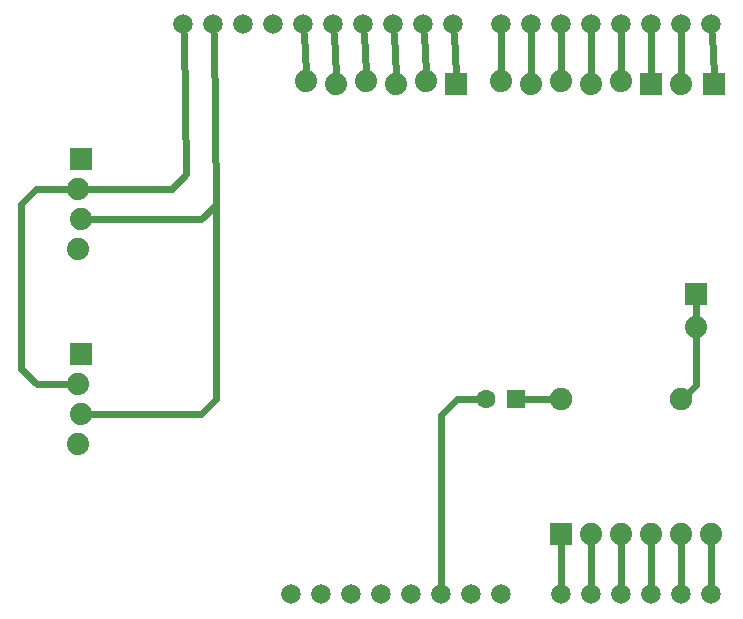
<source format=gtl>
G04 MADE WITH FRITZING*
G04 WWW.FRITZING.ORG*
G04 DOUBLE SIDED*
G04 HOLES PLATED*
G04 CONTOUR ON CENTER OF CONTOUR VECTOR*
%ASAXBY*%
%FSLAX23Y23*%
%MOIN*%
%OFA0B0*%
%SFA1.0B1.0*%
%ADD10C,0.062992*%
%ADD11C,0.075000*%
%ADD12C,0.074000*%
%ADD13C,0.065278*%
%ADD14R,0.062992X0.062992*%
%ADD15C,0.024000*%
%ADD16R,0.001000X0.001000*%
%LNCOPPER1*%
G90*
G70*
G54D10*
X1871Y761D03*
X1772Y761D03*
G54D11*
X2022Y761D03*
X2422Y761D03*
G54D12*
X1672Y1811D03*
X1572Y1821D03*
X1472Y1811D03*
X1372Y1821D03*
X1272Y1811D03*
X1172Y1821D03*
X1672Y1811D03*
X1572Y1821D03*
X1472Y1811D03*
X1372Y1821D03*
X1272Y1811D03*
X1172Y1821D03*
X2322Y1812D03*
X2222Y1822D03*
X2122Y1812D03*
X2022Y1822D03*
X1922Y1812D03*
X1822Y1822D03*
X2322Y1812D03*
X2222Y1822D03*
X2122Y1812D03*
X2022Y1822D03*
X1922Y1812D03*
X1822Y1822D03*
X2532Y1811D03*
X2422Y1811D03*
X2532Y1811D03*
X2422Y1811D03*
X2472Y1111D03*
X2472Y1001D03*
X2472Y1111D03*
X2472Y1001D03*
G54D13*
X2122Y111D03*
X2222Y111D03*
X2322Y111D03*
X2422Y111D03*
X2522Y111D03*
X1662Y2011D03*
X1562Y2011D03*
X1462Y2011D03*
X1362Y2011D03*
X1262Y2011D03*
X1162Y2011D03*
X1062Y2011D03*
X962Y2011D03*
X862Y2011D03*
X762Y2011D03*
X2522Y2011D03*
X2422Y2011D03*
X2322Y2011D03*
X2222Y2011D03*
X2122Y2011D03*
X2022Y2011D03*
X1922Y2011D03*
X1822Y2011D03*
X1222Y111D03*
X1122Y111D03*
X1322Y111D03*
X1422Y111D03*
X1522Y111D03*
X1622Y111D03*
X1722Y111D03*
X1822Y111D03*
X2022Y111D03*
G54D12*
X422Y911D03*
X412Y811D03*
X422Y711D03*
X412Y611D03*
X422Y911D03*
X412Y811D03*
X422Y711D03*
X412Y611D03*
X422Y1561D03*
X412Y1461D03*
X422Y1361D03*
X412Y1261D03*
X422Y1561D03*
X412Y1461D03*
X422Y1361D03*
X412Y1261D03*
X2022Y311D03*
X2122Y311D03*
X2222Y311D03*
X2322Y311D03*
X2422Y311D03*
X2522Y311D03*
X2022Y311D03*
X2122Y311D03*
X2222Y311D03*
X2322Y311D03*
X2422Y311D03*
X2522Y311D03*
G54D14*
X1871Y761D03*
G54D15*
X1671Y1843D02*
X1664Y1980D01*
D02*
X1571Y1853D02*
X1564Y1980D01*
D02*
X1471Y1843D02*
X1464Y1980D01*
D02*
X1371Y1853D02*
X1364Y1980D01*
D02*
X1271Y1843D02*
X1264Y1980D01*
D02*
X1171Y1853D02*
X1164Y1980D01*
D02*
X1994Y761D02*
X1898Y761D01*
D02*
X1673Y762D02*
X1621Y710D01*
D02*
X1621Y710D02*
X1622Y143D01*
D02*
X1745Y762D02*
X1673Y762D01*
D02*
X2322Y1980D02*
X2322Y1843D01*
D02*
X2222Y1853D02*
X2222Y1980D01*
D02*
X2122Y1980D02*
X2122Y1843D01*
D02*
X2022Y1853D02*
X2022Y1980D01*
D02*
X1922Y1980D02*
X1922Y1843D01*
D02*
X1822Y1853D02*
X1822Y1980D01*
D02*
X2472Y970D02*
X2472Y810D01*
D02*
X2472Y810D02*
X2443Y782D01*
D02*
X2531Y1843D02*
X2524Y1980D01*
D02*
X2422Y1843D02*
X2422Y1980D01*
D02*
X863Y1980D02*
X871Y1410D01*
D02*
X822Y1361D02*
X453Y1361D01*
D02*
X871Y1410D02*
X822Y1361D01*
D02*
X871Y761D02*
X822Y712D01*
D02*
X822Y712D02*
X453Y711D01*
D02*
X871Y1410D02*
X871Y761D01*
D02*
X822Y1361D02*
X871Y1410D01*
D02*
X453Y1361D02*
X822Y1361D01*
D02*
X273Y812D02*
X381Y812D01*
D02*
X222Y861D02*
X273Y812D01*
D02*
X222Y1411D02*
X222Y861D01*
D02*
X272Y1462D02*
X222Y1411D01*
D02*
X381Y1462D02*
X272Y1462D01*
D02*
X763Y1980D02*
X771Y1512D01*
D02*
X723Y1462D02*
X443Y1462D01*
D02*
X771Y1512D02*
X723Y1462D01*
D02*
X2022Y280D02*
X2022Y143D01*
D02*
X2122Y280D02*
X2122Y143D01*
D02*
X2222Y280D02*
X2222Y143D01*
D02*
X2322Y280D02*
X2322Y143D01*
D02*
X2422Y280D02*
X2422Y143D01*
D02*
X2522Y280D02*
X2522Y143D01*
D02*
X2472Y1033D02*
X2472Y1080D01*
G54D16*
X2285Y1849D02*
X2357Y1849D01*
X1635Y1848D02*
X1708Y1848D01*
X2284Y1848D02*
X2357Y1848D01*
X2494Y1848D02*
X2567Y1848D01*
X1635Y1847D02*
X1708Y1847D01*
X2284Y1847D02*
X2357Y1847D01*
X2494Y1847D02*
X2567Y1847D01*
X1635Y1846D02*
X1708Y1846D01*
X2284Y1846D02*
X2357Y1846D01*
X2494Y1846D02*
X2567Y1846D01*
X1635Y1845D02*
X1708Y1845D01*
X2284Y1845D02*
X2357Y1845D01*
X2494Y1845D02*
X2567Y1845D01*
X1635Y1844D02*
X1708Y1844D01*
X2284Y1844D02*
X2357Y1844D01*
X2494Y1844D02*
X2567Y1844D01*
X1635Y1843D02*
X1708Y1843D01*
X2284Y1843D02*
X2357Y1843D01*
X2494Y1843D02*
X2567Y1843D01*
X1635Y1842D02*
X1708Y1842D01*
X2284Y1842D02*
X2357Y1842D01*
X2494Y1842D02*
X2567Y1842D01*
X1635Y1841D02*
X1708Y1841D01*
X2284Y1841D02*
X2357Y1841D01*
X2494Y1841D02*
X2567Y1841D01*
X1635Y1840D02*
X1708Y1840D01*
X2284Y1840D02*
X2357Y1840D01*
X2494Y1840D02*
X2567Y1840D01*
X1635Y1839D02*
X1708Y1839D01*
X2284Y1839D02*
X2357Y1839D01*
X2494Y1839D02*
X2567Y1839D01*
X1635Y1838D02*
X1708Y1838D01*
X2284Y1838D02*
X2357Y1838D01*
X2494Y1838D02*
X2567Y1838D01*
X1635Y1837D02*
X1708Y1837D01*
X2284Y1837D02*
X2357Y1837D01*
X2494Y1837D02*
X2567Y1837D01*
X1635Y1836D02*
X1708Y1836D01*
X2284Y1836D02*
X2357Y1836D01*
X2494Y1836D02*
X2567Y1836D01*
X1635Y1835D02*
X1708Y1835D01*
X2284Y1835D02*
X2357Y1835D01*
X2494Y1835D02*
X2567Y1835D01*
X1635Y1834D02*
X1708Y1834D01*
X2284Y1834D02*
X2357Y1834D01*
X2494Y1834D02*
X2567Y1834D01*
X1635Y1833D02*
X1708Y1833D01*
X2284Y1833D02*
X2357Y1833D01*
X2494Y1833D02*
X2567Y1833D01*
X1635Y1832D02*
X1708Y1832D01*
X2284Y1832D02*
X2320Y1832D01*
X2322Y1832D02*
X2357Y1832D01*
X2494Y1832D02*
X2567Y1832D01*
X1635Y1831D02*
X1666Y1831D01*
X1676Y1831D02*
X1708Y1831D01*
X2284Y1831D02*
X2314Y1831D01*
X2328Y1831D02*
X2357Y1831D01*
X2494Y1831D02*
X2526Y1831D01*
X2536Y1831D02*
X2567Y1831D01*
X1635Y1830D02*
X1663Y1830D01*
X1679Y1830D02*
X1708Y1830D01*
X2284Y1830D02*
X2312Y1830D01*
X2330Y1830D02*
X2357Y1830D01*
X2494Y1830D02*
X2523Y1830D01*
X2539Y1830D02*
X2567Y1830D01*
X1635Y1829D02*
X1661Y1829D01*
X1681Y1829D02*
X1708Y1829D01*
X2284Y1829D02*
X2310Y1829D01*
X2332Y1829D02*
X2357Y1829D01*
X2494Y1829D02*
X2521Y1829D01*
X2541Y1829D02*
X2567Y1829D01*
X1635Y1828D02*
X1659Y1828D01*
X1683Y1828D02*
X1708Y1828D01*
X2284Y1828D02*
X2309Y1828D01*
X2333Y1828D02*
X2357Y1828D01*
X2494Y1828D02*
X2519Y1828D01*
X2543Y1828D02*
X2567Y1828D01*
X1635Y1827D02*
X1658Y1827D01*
X1684Y1827D02*
X1708Y1827D01*
X2284Y1827D02*
X2307Y1827D01*
X2335Y1827D02*
X2357Y1827D01*
X2494Y1827D02*
X2518Y1827D01*
X2544Y1827D02*
X2567Y1827D01*
X1635Y1826D02*
X1657Y1826D01*
X1685Y1826D02*
X1708Y1826D01*
X2284Y1826D02*
X2306Y1826D01*
X2336Y1826D02*
X2357Y1826D01*
X2494Y1826D02*
X2517Y1826D01*
X2545Y1826D02*
X2567Y1826D01*
X1635Y1825D02*
X1656Y1825D01*
X1686Y1825D02*
X1708Y1825D01*
X2284Y1825D02*
X2305Y1825D01*
X2337Y1825D02*
X2357Y1825D01*
X2494Y1825D02*
X2516Y1825D01*
X2546Y1825D02*
X2567Y1825D01*
X1635Y1824D02*
X1655Y1824D01*
X1687Y1824D02*
X1708Y1824D01*
X2284Y1824D02*
X2304Y1824D01*
X2337Y1824D02*
X2357Y1824D01*
X2494Y1824D02*
X2515Y1824D01*
X2547Y1824D02*
X2567Y1824D01*
X1635Y1823D02*
X1654Y1823D01*
X1688Y1823D02*
X1708Y1823D01*
X2284Y1823D02*
X2304Y1823D01*
X2338Y1823D02*
X2357Y1823D01*
X2494Y1823D02*
X2514Y1823D01*
X2548Y1823D02*
X2567Y1823D01*
X1635Y1822D02*
X1654Y1822D01*
X1689Y1822D02*
X1708Y1822D01*
X2284Y1822D02*
X2303Y1822D01*
X2339Y1822D02*
X2357Y1822D01*
X2494Y1822D02*
X2513Y1822D01*
X2548Y1822D02*
X2567Y1822D01*
X1635Y1821D02*
X1653Y1821D01*
X1689Y1821D02*
X1708Y1821D01*
X2284Y1821D02*
X2303Y1821D01*
X2339Y1821D02*
X2357Y1821D01*
X2494Y1821D02*
X2513Y1821D01*
X2549Y1821D02*
X2567Y1821D01*
X1635Y1820D02*
X1653Y1820D01*
X1690Y1820D02*
X1708Y1820D01*
X2284Y1820D02*
X2302Y1820D01*
X2340Y1820D02*
X2357Y1820D01*
X2494Y1820D02*
X2512Y1820D01*
X2549Y1820D02*
X2567Y1820D01*
X1635Y1819D02*
X1652Y1819D01*
X1690Y1819D02*
X1708Y1819D01*
X2284Y1819D02*
X2302Y1819D01*
X2340Y1819D02*
X2357Y1819D01*
X2494Y1819D02*
X2512Y1819D01*
X2550Y1819D02*
X2567Y1819D01*
X1635Y1818D02*
X1652Y1818D01*
X1691Y1818D02*
X1708Y1818D01*
X2284Y1818D02*
X2301Y1818D01*
X2340Y1818D02*
X2357Y1818D01*
X2494Y1818D02*
X2512Y1818D01*
X2550Y1818D02*
X2567Y1818D01*
X1635Y1817D02*
X1652Y1817D01*
X1691Y1817D02*
X1708Y1817D01*
X2284Y1817D02*
X2301Y1817D01*
X2341Y1817D02*
X2357Y1817D01*
X2494Y1817D02*
X2511Y1817D01*
X2551Y1817D02*
X2567Y1817D01*
X1635Y1816D02*
X1651Y1816D01*
X1691Y1816D02*
X1708Y1816D01*
X2284Y1816D02*
X2301Y1816D01*
X2341Y1816D02*
X2357Y1816D01*
X2494Y1816D02*
X2511Y1816D01*
X2551Y1816D02*
X2567Y1816D01*
X1635Y1815D02*
X1651Y1815D01*
X1691Y1815D02*
X1708Y1815D01*
X2284Y1815D02*
X2301Y1815D01*
X2341Y1815D02*
X2357Y1815D01*
X2494Y1815D02*
X2511Y1815D01*
X2551Y1815D02*
X2567Y1815D01*
X1635Y1814D02*
X1651Y1814D01*
X1691Y1814D02*
X1708Y1814D01*
X2284Y1814D02*
X2301Y1814D01*
X2341Y1814D02*
X2357Y1814D01*
X2494Y1814D02*
X2511Y1814D01*
X2551Y1814D02*
X2567Y1814D01*
X1635Y1813D02*
X1651Y1813D01*
X1692Y1813D02*
X1708Y1813D01*
X2284Y1813D02*
X2301Y1813D01*
X2341Y1813D02*
X2357Y1813D01*
X2494Y1813D02*
X2511Y1813D01*
X2551Y1813D02*
X2567Y1813D01*
X1635Y1812D02*
X1651Y1812D01*
X1692Y1812D02*
X1708Y1812D01*
X2284Y1812D02*
X2300Y1812D01*
X2341Y1812D02*
X2357Y1812D01*
X2494Y1812D02*
X2510Y1812D01*
X2551Y1812D02*
X2567Y1812D01*
X1635Y1811D02*
X1651Y1811D01*
X1692Y1811D02*
X1708Y1811D01*
X2284Y1811D02*
X2301Y1811D01*
X2341Y1811D02*
X2357Y1811D01*
X2494Y1811D02*
X2510Y1811D01*
X2551Y1811D02*
X2567Y1811D01*
X1635Y1810D02*
X1651Y1810D01*
X1692Y1810D02*
X1708Y1810D01*
X2284Y1810D02*
X2301Y1810D01*
X2341Y1810D02*
X2357Y1810D01*
X2494Y1810D02*
X2511Y1810D01*
X2551Y1810D02*
X2567Y1810D01*
X1635Y1809D02*
X1651Y1809D01*
X1691Y1809D02*
X1708Y1809D01*
X2284Y1809D02*
X2301Y1809D01*
X2341Y1809D02*
X2357Y1809D01*
X2494Y1809D02*
X2511Y1809D01*
X2551Y1809D02*
X2567Y1809D01*
X1635Y1808D02*
X1651Y1808D01*
X1691Y1808D02*
X1708Y1808D01*
X2284Y1808D02*
X2301Y1808D01*
X2341Y1808D02*
X2357Y1808D01*
X2494Y1808D02*
X2511Y1808D01*
X2551Y1808D02*
X2567Y1808D01*
X1635Y1807D02*
X1651Y1807D01*
X1691Y1807D02*
X1708Y1807D01*
X2284Y1807D02*
X2301Y1807D01*
X2341Y1807D02*
X2357Y1807D01*
X2494Y1807D02*
X2511Y1807D01*
X2551Y1807D02*
X2567Y1807D01*
X1635Y1806D02*
X1652Y1806D01*
X1691Y1806D02*
X1708Y1806D01*
X2284Y1806D02*
X2302Y1806D01*
X2340Y1806D02*
X2357Y1806D01*
X2494Y1806D02*
X2511Y1806D01*
X2550Y1806D02*
X2567Y1806D01*
X1635Y1805D02*
X1652Y1805D01*
X1690Y1805D02*
X1708Y1805D01*
X2284Y1805D02*
X2302Y1805D01*
X2340Y1805D02*
X2357Y1805D01*
X2494Y1805D02*
X2512Y1805D01*
X2550Y1805D02*
X2567Y1805D01*
X1635Y1804D02*
X1652Y1804D01*
X1690Y1804D02*
X1708Y1804D01*
X2284Y1804D02*
X2302Y1804D01*
X2340Y1804D02*
X2357Y1804D01*
X2494Y1804D02*
X2512Y1804D01*
X2550Y1804D02*
X2567Y1804D01*
X1635Y1803D02*
X1653Y1803D01*
X1690Y1803D02*
X1708Y1803D01*
X2284Y1803D02*
X2303Y1803D01*
X2339Y1803D02*
X2357Y1803D01*
X2494Y1803D02*
X2512Y1803D01*
X2549Y1803D02*
X2567Y1803D01*
X1635Y1802D02*
X1653Y1802D01*
X1689Y1802D02*
X1708Y1802D01*
X2284Y1802D02*
X2303Y1802D01*
X2339Y1802D02*
X2357Y1802D01*
X2494Y1802D02*
X2513Y1802D01*
X2549Y1802D02*
X2567Y1802D01*
X1635Y1801D02*
X1654Y1801D01*
X1689Y1801D02*
X1708Y1801D01*
X2284Y1801D02*
X2304Y1801D01*
X2338Y1801D02*
X2357Y1801D01*
X2494Y1801D02*
X2513Y1801D01*
X2548Y1801D02*
X2567Y1801D01*
X1635Y1800D02*
X1654Y1800D01*
X1688Y1800D02*
X1708Y1800D01*
X2284Y1800D02*
X2305Y1800D01*
X2337Y1800D02*
X2357Y1800D01*
X2494Y1800D02*
X2514Y1800D01*
X2548Y1800D02*
X2567Y1800D01*
X1635Y1799D02*
X1655Y1799D01*
X1687Y1799D02*
X1708Y1799D01*
X2284Y1799D02*
X2305Y1799D01*
X2336Y1799D02*
X2357Y1799D01*
X2494Y1799D02*
X2515Y1799D01*
X2547Y1799D02*
X2567Y1799D01*
X1635Y1798D02*
X1656Y1798D01*
X1686Y1798D02*
X1708Y1798D01*
X2284Y1798D02*
X2306Y1798D01*
X2336Y1798D02*
X2357Y1798D01*
X2494Y1798D02*
X2516Y1798D01*
X2546Y1798D02*
X2567Y1798D01*
X1635Y1797D02*
X1657Y1797D01*
X1685Y1797D02*
X1708Y1797D01*
X2284Y1797D02*
X2307Y1797D01*
X2334Y1797D02*
X2357Y1797D01*
X2494Y1797D02*
X2517Y1797D01*
X2545Y1797D02*
X2567Y1797D01*
X1635Y1796D02*
X1658Y1796D01*
X1684Y1796D02*
X1708Y1796D01*
X2284Y1796D02*
X2309Y1796D01*
X2333Y1796D02*
X2357Y1796D01*
X2494Y1796D02*
X2518Y1796D01*
X2544Y1796D02*
X2567Y1796D01*
X1635Y1795D02*
X1660Y1795D01*
X1683Y1795D02*
X1708Y1795D01*
X2284Y1795D02*
X2310Y1795D01*
X2332Y1795D02*
X2357Y1795D01*
X2494Y1795D02*
X2519Y1795D01*
X2543Y1795D02*
X2567Y1795D01*
X1635Y1794D02*
X1661Y1794D01*
X1681Y1794D02*
X1708Y1794D01*
X2284Y1794D02*
X2312Y1794D01*
X2330Y1794D02*
X2357Y1794D01*
X2494Y1794D02*
X2521Y1794D01*
X2541Y1794D02*
X2567Y1794D01*
X1635Y1793D02*
X1663Y1793D01*
X1679Y1793D02*
X1708Y1793D01*
X2284Y1793D02*
X2315Y1793D01*
X2327Y1793D02*
X2357Y1793D01*
X2494Y1793D02*
X2523Y1793D01*
X2539Y1793D02*
X2567Y1793D01*
X1635Y1792D02*
X1667Y1792D01*
X1676Y1792D02*
X1708Y1792D01*
X2284Y1792D02*
X2357Y1792D01*
X2494Y1792D02*
X2526Y1792D01*
X2535Y1792D02*
X2567Y1792D01*
X1635Y1791D02*
X1708Y1791D01*
X2284Y1791D02*
X2357Y1791D01*
X2494Y1791D02*
X2567Y1791D01*
X1635Y1790D02*
X1708Y1790D01*
X2284Y1790D02*
X2357Y1790D01*
X2494Y1790D02*
X2567Y1790D01*
X1635Y1789D02*
X1708Y1789D01*
X2284Y1789D02*
X2357Y1789D01*
X2494Y1789D02*
X2567Y1789D01*
X1635Y1788D02*
X1708Y1788D01*
X2284Y1788D02*
X2357Y1788D01*
X2494Y1788D02*
X2567Y1788D01*
X1635Y1787D02*
X1708Y1787D01*
X2284Y1787D02*
X2357Y1787D01*
X2494Y1787D02*
X2567Y1787D01*
X1635Y1786D02*
X1708Y1786D01*
X2284Y1786D02*
X2357Y1786D01*
X2494Y1786D02*
X2567Y1786D01*
X1635Y1785D02*
X1708Y1785D01*
X2284Y1785D02*
X2357Y1785D01*
X2494Y1785D02*
X2567Y1785D01*
X1635Y1784D02*
X1708Y1784D01*
X2284Y1784D02*
X2357Y1784D01*
X2494Y1784D02*
X2567Y1784D01*
X1635Y1783D02*
X1708Y1783D01*
X2284Y1783D02*
X2357Y1783D01*
X2494Y1783D02*
X2567Y1783D01*
X1635Y1782D02*
X1708Y1782D01*
X2284Y1782D02*
X2357Y1782D01*
X2494Y1782D02*
X2567Y1782D01*
X1635Y1781D02*
X1708Y1781D01*
X2284Y1781D02*
X2357Y1781D01*
X2494Y1781D02*
X2567Y1781D01*
X1635Y1780D02*
X1708Y1780D01*
X2284Y1780D02*
X2357Y1780D01*
X2494Y1780D02*
X2567Y1780D01*
X1635Y1779D02*
X1708Y1779D01*
X2284Y1779D02*
X2357Y1779D01*
X2494Y1779D02*
X2567Y1779D01*
X1635Y1778D02*
X1708Y1778D01*
X2284Y1778D02*
X2357Y1778D01*
X2494Y1778D02*
X2567Y1778D01*
X1635Y1777D02*
X1708Y1777D01*
X2284Y1777D02*
X2357Y1777D01*
X2494Y1777D02*
X2567Y1777D01*
X1635Y1776D02*
X1708Y1776D01*
X2284Y1776D02*
X2357Y1776D01*
X2494Y1776D02*
X2567Y1776D01*
X1635Y1775D02*
X1708Y1775D01*
X2494Y1775D02*
X2567Y1775D01*
X385Y1598D02*
X458Y1598D01*
X385Y1597D02*
X458Y1597D01*
X385Y1596D02*
X458Y1596D01*
X385Y1595D02*
X458Y1595D01*
X385Y1594D02*
X458Y1594D01*
X385Y1593D02*
X458Y1593D01*
X385Y1592D02*
X458Y1592D01*
X385Y1591D02*
X458Y1591D01*
X385Y1590D02*
X458Y1590D01*
X385Y1589D02*
X458Y1589D01*
X385Y1588D02*
X458Y1588D01*
X385Y1587D02*
X458Y1587D01*
X385Y1586D02*
X458Y1586D01*
X385Y1585D02*
X458Y1585D01*
X385Y1584D02*
X458Y1584D01*
X385Y1583D02*
X458Y1583D01*
X385Y1582D02*
X458Y1582D01*
X385Y1581D02*
X416Y1581D01*
X427Y1581D02*
X458Y1581D01*
X385Y1580D02*
X413Y1580D01*
X430Y1580D02*
X458Y1580D01*
X385Y1579D02*
X411Y1579D01*
X432Y1579D02*
X458Y1579D01*
X385Y1578D02*
X410Y1578D01*
X433Y1578D02*
X458Y1578D01*
X385Y1577D02*
X408Y1577D01*
X435Y1577D02*
X458Y1577D01*
X385Y1576D02*
X407Y1576D01*
X436Y1576D02*
X458Y1576D01*
X385Y1575D02*
X406Y1575D01*
X437Y1575D02*
X458Y1575D01*
X385Y1574D02*
X405Y1574D01*
X438Y1574D02*
X458Y1574D01*
X385Y1573D02*
X405Y1573D01*
X438Y1573D02*
X458Y1573D01*
X385Y1572D02*
X404Y1572D01*
X439Y1572D02*
X458Y1572D01*
X385Y1571D02*
X404Y1571D01*
X440Y1571D02*
X458Y1571D01*
X385Y1570D02*
X403Y1570D01*
X440Y1570D02*
X458Y1570D01*
X385Y1569D02*
X403Y1569D01*
X441Y1569D02*
X458Y1569D01*
X385Y1568D02*
X402Y1568D01*
X441Y1568D02*
X458Y1568D01*
X385Y1567D02*
X402Y1567D01*
X441Y1567D02*
X458Y1567D01*
X385Y1566D02*
X402Y1566D01*
X442Y1566D02*
X458Y1566D01*
X385Y1565D02*
X401Y1565D01*
X442Y1565D02*
X458Y1565D01*
X385Y1564D02*
X401Y1564D01*
X442Y1564D02*
X458Y1564D01*
X385Y1563D02*
X401Y1563D01*
X442Y1563D02*
X458Y1563D01*
X385Y1562D02*
X401Y1562D01*
X442Y1562D02*
X458Y1562D01*
X385Y1561D02*
X401Y1561D01*
X442Y1561D02*
X458Y1561D01*
X385Y1560D02*
X401Y1560D01*
X442Y1560D02*
X458Y1560D01*
X385Y1559D02*
X401Y1559D01*
X442Y1559D02*
X458Y1559D01*
X385Y1558D02*
X401Y1558D01*
X442Y1558D02*
X458Y1558D01*
X385Y1557D02*
X402Y1557D01*
X441Y1557D02*
X458Y1557D01*
X385Y1556D02*
X402Y1556D01*
X441Y1556D02*
X458Y1556D01*
X385Y1555D02*
X402Y1555D01*
X441Y1555D02*
X458Y1555D01*
X385Y1554D02*
X403Y1554D01*
X441Y1554D02*
X458Y1554D01*
X385Y1553D02*
X403Y1553D01*
X440Y1553D02*
X458Y1553D01*
X385Y1552D02*
X404Y1552D01*
X439Y1552D02*
X458Y1552D01*
X385Y1551D02*
X404Y1551D01*
X439Y1551D02*
X458Y1551D01*
X385Y1550D02*
X405Y1550D01*
X438Y1550D02*
X458Y1550D01*
X385Y1549D02*
X406Y1549D01*
X437Y1549D02*
X458Y1549D01*
X385Y1548D02*
X407Y1548D01*
X437Y1548D02*
X458Y1548D01*
X385Y1547D02*
X408Y1547D01*
X436Y1547D02*
X458Y1547D01*
X385Y1546D02*
X409Y1546D01*
X434Y1546D02*
X458Y1546D01*
X385Y1545D02*
X410Y1545D01*
X433Y1545D02*
X458Y1545D01*
X385Y1544D02*
X412Y1544D01*
X431Y1544D02*
X458Y1544D01*
X385Y1543D02*
X414Y1543D01*
X429Y1543D02*
X458Y1543D01*
X385Y1542D02*
X417Y1542D01*
X426Y1542D02*
X458Y1542D01*
X385Y1541D02*
X458Y1541D01*
X385Y1540D02*
X458Y1540D01*
X385Y1539D02*
X458Y1539D01*
X385Y1538D02*
X458Y1538D01*
X385Y1537D02*
X458Y1537D01*
X385Y1536D02*
X458Y1536D01*
X385Y1535D02*
X458Y1535D01*
X385Y1534D02*
X458Y1534D01*
X385Y1533D02*
X458Y1533D01*
X385Y1532D02*
X458Y1532D01*
X385Y1531D02*
X458Y1531D01*
X385Y1530D02*
X458Y1530D01*
X385Y1529D02*
X458Y1529D01*
X385Y1528D02*
X458Y1528D01*
X385Y1527D02*
X458Y1527D01*
X385Y1526D02*
X458Y1526D01*
X385Y1525D02*
X458Y1525D01*
X2434Y1148D02*
X2507Y1148D01*
X2434Y1147D02*
X2507Y1147D01*
X2434Y1146D02*
X2507Y1146D01*
X2434Y1145D02*
X2507Y1145D01*
X2434Y1144D02*
X2507Y1144D01*
X2434Y1143D02*
X2507Y1143D01*
X2434Y1142D02*
X2507Y1142D01*
X2434Y1141D02*
X2507Y1141D01*
X2434Y1140D02*
X2507Y1140D01*
X2434Y1139D02*
X2507Y1139D01*
X2434Y1138D02*
X2507Y1138D01*
X2434Y1137D02*
X2507Y1137D01*
X2434Y1136D02*
X2507Y1136D01*
X2434Y1135D02*
X2507Y1135D01*
X2434Y1134D02*
X2507Y1134D01*
X2434Y1133D02*
X2507Y1133D01*
X2434Y1132D02*
X2507Y1132D01*
X2434Y1131D02*
X2465Y1131D01*
X2476Y1131D02*
X2507Y1131D01*
X2434Y1130D02*
X2462Y1130D01*
X2479Y1130D02*
X2507Y1130D01*
X2434Y1129D02*
X2461Y1129D01*
X2481Y1129D02*
X2507Y1129D01*
X2434Y1128D02*
X2459Y1128D01*
X2483Y1128D02*
X2507Y1128D01*
X2434Y1127D02*
X2458Y1127D01*
X2484Y1127D02*
X2507Y1127D01*
X2434Y1126D02*
X2456Y1126D01*
X2485Y1126D02*
X2507Y1126D01*
X2434Y1125D02*
X2456Y1125D01*
X2486Y1125D02*
X2507Y1125D01*
X2434Y1124D02*
X2455Y1124D01*
X2487Y1124D02*
X2507Y1124D01*
X2434Y1123D02*
X2454Y1123D01*
X2488Y1123D02*
X2507Y1123D01*
X2434Y1122D02*
X2453Y1122D01*
X2488Y1122D02*
X2507Y1122D01*
X2434Y1121D02*
X2453Y1121D01*
X2489Y1121D02*
X2507Y1121D01*
X2434Y1120D02*
X2452Y1120D01*
X2490Y1120D02*
X2507Y1120D01*
X2434Y1119D02*
X2452Y1119D01*
X2490Y1119D02*
X2507Y1119D01*
X2434Y1118D02*
X2452Y1118D01*
X2490Y1118D02*
X2507Y1118D01*
X2434Y1117D02*
X2451Y1117D01*
X2491Y1117D02*
X2507Y1117D01*
X2434Y1116D02*
X2451Y1116D01*
X2491Y1116D02*
X2507Y1116D01*
X2434Y1115D02*
X2451Y1115D01*
X2491Y1115D02*
X2507Y1115D01*
X2434Y1114D02*
X2451Y1114D01*
X2491Y1114D02*
X2507Y1114D01*
X2434Y1113D02*
X2451Y1113D01*
X2491Y1113D02*
X2507Y1113D01*
X2434Y1112D02*
X2450Y1112D01*
X2491Y1112D02*
X2507Y1112D01*
X2434Y1111D02*
X2450Y1111D01*
X2491Y1111D02*
X2507Y1111D01*
X2434Y1110D02*
X2451Y1110D01*
X2491Y1110D02*
X2507Y1110D01*
X2434Y1109D02*
X2451Y1109D01*
X2491Y1109D02*
X2507Y1109D01*
X2434Y1108D02*
X2451Y1108D01*
X2491Y1108D02*
X2507Y1108D01*
X2434Y1107D02*
X2451Y1107D01*
X2491Y1107D02*
X2507Y1107D01*
X2434Y1106D02*
X2451Y1106D01*
X2490Y1106D02*
X2507Y1106D01*
X2434Y1105D02*
X2452Y1105D01*
X2490Y1105D02*
X2507Y1105D01*
X2434Y1104D02*
X2452Y1104D01*
X2490Y1104D02*
X2507Y1104D01*
X2434Y1103D02*
X2452Y1103D01*
X2489Y1103D02*
X2507Y1103D01*
X2434Y1102D02*
X2453Y1102D01*
X2489Y1102D02*
X2507Y1102D01*
X2434Y1101D02*
X2454Y1101D01*
X2488Y1101D02*
X2507Y1101D01*
X2434Y1100D02*
X2454Y1100D01*
X2488Y1100D02*
X2507Y1100D01*
X2434Y1099D02*
X2455Y1099D01*
X2487Y1099D02*
X2507Y1099D01*
X2434Y1098D02*
X2456Y1098D01*
X2486Y1098D02*
X2507Y1098D01*
X2434Y1097D02*
X2457Y1097D01*
X2485Y1097D02*
X2507Y1097D01*
X2434Y1096D02*
X2458Y1096D01*
X2484Y1096D02*
X2507Y1096D01*
X2434Y1095D02*
X2460Y1095D01*
X2482Y1095D02*
X2507Y1095D01*
X2434Y1094D02*
X2461Y1094D01*
X2480Y1094D02*
X2507Y1094D01*
X2434Y1093D02*
X2464Y1093D01*
X2478Y1093D02*
X2507Y1093D01*
X2434Y1092D02*
X2468Y1092D01*
X2474Y1092D02*
X2507Y1092D01*
X2434Y1091D02*
X2507Y1091D01*
X2434Y1090D02*
X2507Y1090D01*
X2434Y1089D02*
X2507Y1089D01*
X2434Y1088D02*
X2507Y1088D01*
X2434Y1087D02*
X2507Y1087D01*
X2434Y1086D02*
X2507Y1086D01*
X2434Y1085D02*
X2507Y1085D01*
X2434Y1084D02*
X2507Y1084D01*
X2434Y1083D02*
X2507Y1083D01*
X2434Y1082D02*
X2507Y1082D01*
X2434Y1081D02*
X2507Y1081D01*
X2434Y1080D02*
X2507Y1080D01*
X2434Y1079D02*
X2507Y1079D01*
X2434Y1078D02*
X2507Y1078D01*
X2434Y1077D02*
X2507Y1077D01*
X2434Y1076D02*
X2507Y1076D01*
X2435Y1075D02*
X2507Y1075D01*
X385Y948D02*
X458Y948D01*
X385Y947D02*
X458Y947D01*
X385Y946D02*
X458Y946D01*
X385Y945D02*
X458Y945D01*
X385Y944D02*
X458Y944D01*
X385Y943D02*
X458Y943D01*
X385Y942D02*
X458Y942D01*
X385Y941D02*
X458Y941D01*
X385Y940D02*
X458Y940D01*
X385Y939D02*
X458Y939D01*
X385Y938D02*
X458Y938D01*
X385Y937D02*
X458Y937D01*
X385Y936D02*
X458Y936D01*
X385Y935D02*
X458Y935D01*
X385Y934D02*
X458Y934D01*
X385Y933D02*
X458Y933D01*
X385Y932D02*
X458Y932D01*
X385Y931D02*
X416Y931D01*
X427Y931D02*
X458Y931D01*
X385Y930D02*
X413Y930D01*
X430Y930D02*
X458Y930D01*
X385Y929D02*
X411Y929D01*
X432Y929D02*
X458Y929D01*
X385Y928D02*
X409Y928D01*
X434Y928D02*
X458Y928D01*
X385Y927D02*
X408Y927D01*
X435Y927D02*
X458Y927D01*
X385Y926D02*
X407Y926D01*
X436Y926D02*
X458Y926D01*
X385Y925D02*
X406Y925D01*
X437Y925D02*
X458Y925D01*
X385Y924D02*
X405Y924D01*
X438Y924D02*
X458Y924D01*
X385Y923D02*
X405Y923D01*
X439Y923D02*
X458Y923D01*
X385Y922D02*
X404Y922D01*
X439Y922D02*
X458Y922D01*
X385Y921D02*
X403Y921D01*
X440Y921D02*
X458Y921D01*
X385Y920D02*
X403Y920D01*
X440Y920D02*
X458Y920D01*
X385Y919D02*
X402Y919D01*
X441Y919D02*
X458Y919D01*
X385Y918D02*
X402Y918D01*
X441Y918D02*
X458Y918D01*
X385Y917D02*
X402Y917D01*
X441Y917D02*
X458Y917D01*
X385Y916D02*
X402Y916D01*
X442Y916D02*
X458Y916D01*
X385Y915D02*
X401Y915D01*
X442Y915D02*
X458Y915D01*
X385Y914D02*
X401Y914D01*
X442Y914D02*
X458Y914D01*
X385Y913D02*
X401Y913D01*
X442Y913D02*
X458Y913D01*
X385Y912D02*
X401Y912D01*
X442Y912D02*
X458Y912D01*
X385Y911D02*
X401Y911D01*
X442Y911D02*
X458Y911D01*
X385Y910D02*
X401Y910D01*
X442Y910D02*
X458Y910D01*
X385Y909D02*
X401Y909D01*
X442Y909D02*
X458Y909D01*
X385Y908D02*
X401Y908D01*
X442Y908D02*
X458Y908D01*
X385Y907D02*
X402Y907D01*
X441Y907D02*
X458Y907D01*
X385Y906D02*
X402Y906D01*
X441Y906D02*
X458Y906D01*
X385Y905D02*
X402Y905D01*
X441Y905D02*
X458Y905D01*
X385Y904D02*
X403Y904D01*
X440Y904D02*
X458Y904D01*
X385Y903D02*
X403Y903D01*
X440Y903D02*
X458Y903D01*
X385Y902D02*
X404Y902D01*
X439Y902D02*
X458Y902D01*
X385Y901D02*
X404Y901D01*
X439Y901D02*
X458Y901D01*
X385Y900D02*
X405Y900D01*
X438Y900D02*
X458Y900D01*
X385Y899D02*
X406Y899D01*
X437Y899D02*
X458Y899D01*
X385Y898D02*
X407Y898D01*
X437Y898D02*
X458Y898D01*
X385Y897D02*
X408Y897D01*
X435Y897D02*
X458Y897D01*
X385Y896D02*
X409Y896D01*
X434Y896D02*
X458Y896D01*
X385Y895D02*
X410Y895D01*
X433Y895D02*
X458Y895D01*
X385Y894D02*
X412Y894D01*
X431Y894D02*
X458Y894D01*
X385Y893D02*
X414Y893D01*
X429Y893D02*
X458Y893D01*
X385Y892D02*
X419Y892D01*
X424Y892D02*
X458Y892D01*
X385Y891D02*
X458Y891D01*
X385Y890D02*
X458Y890D01*
X385Y889D02*
X458Y889D01*
X385Y888D02*
X458Y888D01*
X385Y887D02*
X458Y887D01*
X385Y886D02*
X458Y886D01*
X385Y885D02*
X458Y885D01*
X385Y884D02*
X458Y884D01*
X385Y883D02*
X458Y883D01*
X385Y882D02*
X458Y882D01*
X385Y881D02*
X458Y881D01*
X385Y880D02*
X458Y880D01*
X385Y879D02*
X458Y879D01*
X385Y878D02*
X458Y878D01*
X385Y877D02*
X458Y877D01*
X385Y876D02*
X458Y876D01*
X385Y875D02*
X458Y875D01*
X1985Y348D02*
X2058Y348D01*
X1985Y347D02*
X2058Y347D01*
X1985Y346D02*
X2058Y346D01*
X1985Y345D02*
X2058Y345D01*
X1985Y344D02*
X2058Y344D01*
X1985Y343D02*
X2058Y343D01*
X1985Y342D02*
X2058Y342D01*
X1985Y341D02*
X2058Y341D01*
X1985Y340D02*
X2058Y340D01*
X1985Y339D02*
X2058Y339D01*
X1985Y338D02*
X2058Y338D01*
X1985Y337D02*
X2058Y337D01*
X1985Y336D02*
X2058Y336D01*
X1985Y335D02*
X2058Y335D01*
X1985Y334D02*
X2058Y334D01*
X1985Y333D02*
X2058Y333D01*
X1985Y332D02*
X2058Y332D01*
X1985Y331D02*
X2015Y331D01*
X2027Y331D02*
X2058Y331D01*
X1985Y330D02*
X2012Y330D01*
X2030Y330D02*
X2058Y330D01*
X1985Y329D02*
X2010Y329D01*
X2032Y329D02*
X2058Y329D01*
X1985Y328D02*
X2009Y328D01*
X2033Y328D02*
X2058Y328D01*
X1985Y327D02*
X2008Y327D01*
X2035Y327D02*
X2058Y327D01*
X1985Y326D02*
X2006Y326D01*
X2036Y326D02*
X2058Y326D01*
X1985Y325D02*
X2006Y325D01*
X2037Y325D02*
X2058Y325D01*
X1985Y324D02*
X2005Y324D01*
X2037Y324D02*
X2058Y324D01*
X1985Y323D02*
X2004Y323D01*
X2038Y323D02*
X2058Y323D01*
X1985Y322D02*
X2003Y322D01*
X2039Y322D02*
X2058Y322D01*
X1985Y321D02*
X2003Y321D01*
X2039Y321D02*
X2058Y321D01*
X1985Y320D02*
X2002Y320D01*
X2040Y320D02*
X2058Y320D01*
X1985Y319D02*
X2002Y319D01*
X2040Y319D02*
X2058Y319D01*
X1985Y318D02*
X2002Y318D01*
X2040Y318D02*
X2058Y318D01*
X1985Y317D02*
X2001Y317D01*
X2041Y317D02*
X2058Y317D01*
X1985Y316D02*
X2001Y316D01*
X2041Y316D02*
X2058Y316D01*
X1985Y315D02*
X2001Y315D01*
X2041Y315D02*
X2058Y315D01*
X1985Y314D02*
X2001Y314D01*
X2041Y314D02*
X2058Y314D01*
X1985Y313D02*
X2001Y313D01*
X2041Y313D02*
X2058Y313D01*
X1985Y312D02*
X2001Y312D01*
X2042Y312D02*
X2058Y312D01*
X1985Y311D02*
X2001Y311D01*
X2041Y311D02*
X2058Y311D01*
X1985Y310D02*
X2001Y310D01*
X2041Y310D02*
X2058Y310D01*
X1985Y309D02*
X2001Y309D01*
X2041Y309D02*
X2058Y309D01*
X1985Y308D02*
X2001Y308D01*
X2041Y308D02*
X2058Y308D01*
X1985Y307D02*
X2001Y307D01*
X2041Y307D02*
X2058Y307D01*
X1985Y306D02*
X2002Y306D01*
X2041Y306D02*
X2058Y306D01*
X1985Y305D02*
X2002Y305D01*
X2040Y305D02*
X2058Y305D01*
X1985Y304D02*
X2002Y304D01*
X2040Y304D02*
X2058Y304D01*
X1985Y303D02*
X2003Y303D01*
X2039Y303D02*
X2058Y303D01*
X1985Y302D02*
X2003Y302D01*
X2039Y302D02*
X2058Y302D01*
X1985Y301D02*
X2004Y301D01*
X2038Y301D02*
X2058Y301D01*
X1985Y300D02*
X2005Y300D01*
X2038Y300D02*
X2058Y300D01*
X1985Y299D02*
X2005Y299D01*
X2037Y299D02*
X2058Y299D01*
X1985Y298D02*
X2006Y298D01*
X2036Y298D02*
X2058Y298D01*
X1985Y297D02*
X2007Y297D01*
X2035Y297D02*
X2058Y297D01*
X1985Y296D02*
X2009Y296D01*
X2034Y296D02*
X2058Y296D01*
X1985Y295D02*
X2010Y295D01*
X2032Y295D02*
X2058Y295D01*
X1985Y294D02*
X2012Y294D01*
X2030Y294D02*
X2058Y294D01*
X1985Y293D02*
X2014Y293D01*
X2028Y293D02*
X2058Y293D01*
X1985Y292D02*
X2020Y292D01*
X2023Y292D02*
X2058Y292D01*
X1985Y291D02*
X2058Y291D01*
X1985Y290D02*
X2058Y290D01*
X1985Y289D02*
X2058Y289D01*
X1985Y288D02*
X2058Y288D01*
X1985Y287D02*
X2058Y287D01*
X1985Y286D02*
X2058Y286D01*
X1985Y285D02*
X2058Y285D01*
X1985Y284D02*
X2058Y284D01*
X1985Y283D02*
X2058Y283D01*
X1985Y282D02*
X2058Y282D01*
X1985Y281D02*
X2058Y281D01*
X1985Y280D02*
X2058Y280D01*
X1985Y279D02*
X2058Y279D01*
X1985Y278D02*
X2058Y278D01*
X1985Y277D02*
X2058Y277D01*
X1985Y276D02*
X2058Y276D01*
X1985Y275D02*
X2057Y275D01*
D02*
G04 End of Copper1*
M02*
</source>
